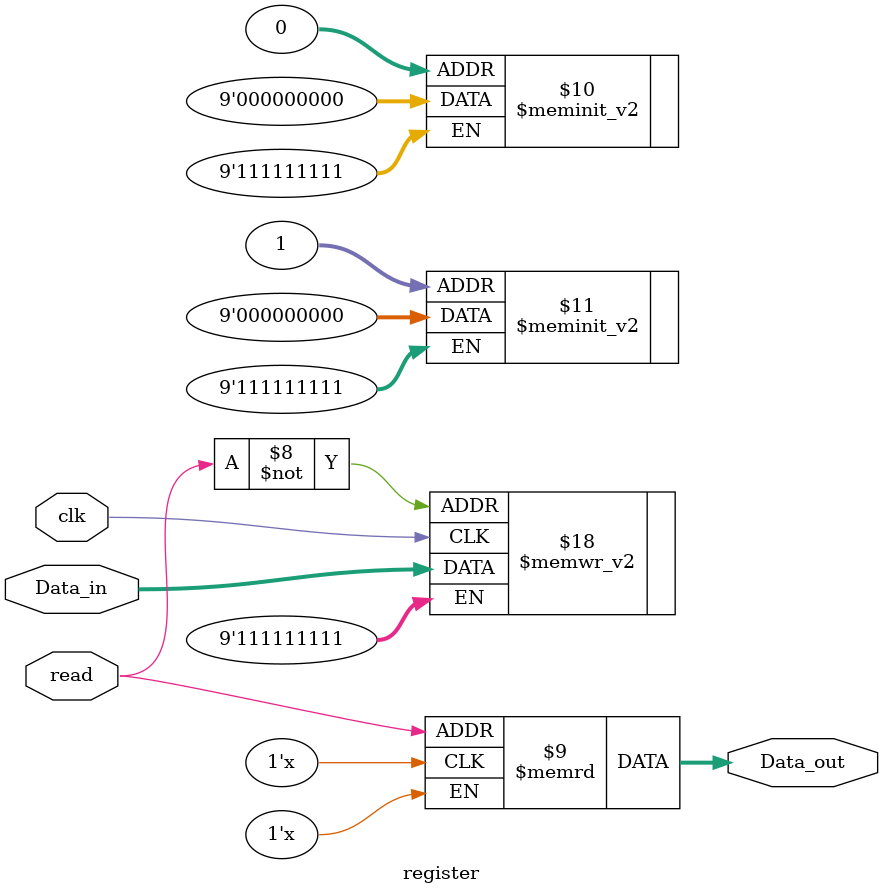
<source format=v>
module register (
    input read ,clk ,
    input [8:0] Data_in,
    output  [8:0]  Data_out   
    );
    reg [8:0] memo [1:0] ;
    initial 
    begin
     memo[0] = 9'b0;
     memo[1] = 9'b0;
    end

	 always @( posedge clk) 
    begin
        memo[~read] = Data_in ;
    end
	assign Data_out = memo[read];
endmodule //register
</source>
